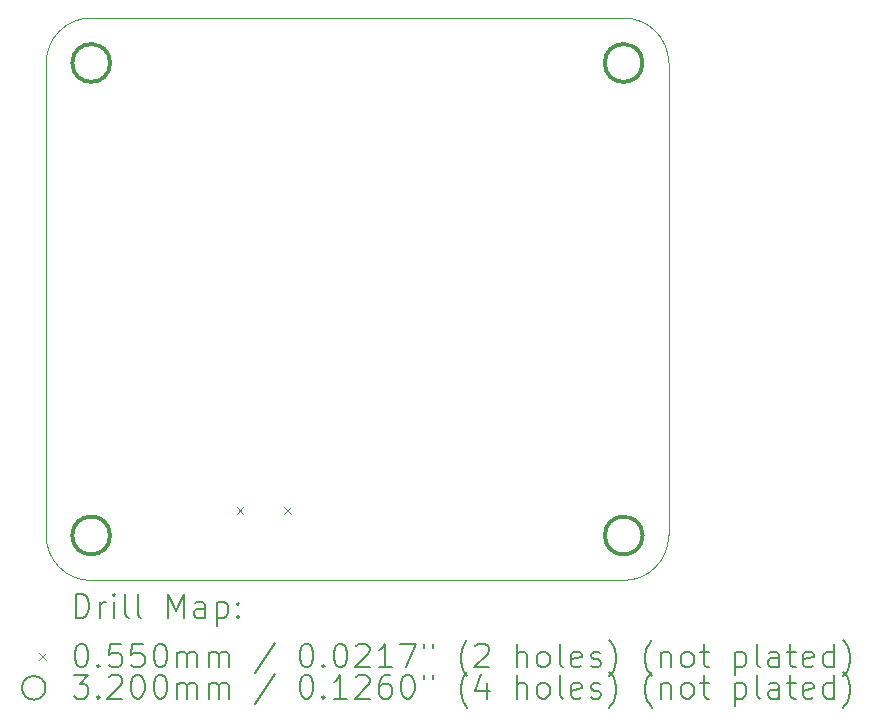
<source format=gbr>
%FSLAX45Y45*%
G04 Gerber Fmt 4.5, Leading zero omitted, Abs format (unit mm)*
G04 Created by KiCad (PCBNEW (6.0.4)) date 2022-12-31 00:28:13*
%MOMM*%
%LPD*%
G01*
G04 APERTURE LIST*
%TA.AperFunction,Profile*%
%ADD10C,0.100000*%
%TD*%
%ADD11C,0.200000*%
%ADD12C,0.055000*%
%ADD13C,0.320000*%
G04 APERTURE END LIST*
D10*
X4508500Y-4381500D02*
G75*
G03*
X4889500Y-4000500I0J381000D01*
G01*
X0Y381000D02*
G75*
G03*
X-381000Y0I0J-381000D01*
G01*
X4889500Y0D02*
G75*
G03*
X4508500Y381000I-381000J0D01*
G01*
X4889500Y0D02*
X4889500Y-4000500D01*
X4508500Y-4381500D02*
X0Y-4381500D01*
X-381000Y-4000500D02*
X-381000Y0D01*
X0Y381000D02*
X4508500Y381000D01*
X-381000Y-4000500D02*
G75*
G03*
X0Y-4381500I381000J0D01*
G01*
D11*
D12*
X1233000Y-3761500D02*
X1288000Y-3816500D01*
X1288000Y-3761500D02*
X1233000Y-3816500D01*
X1633000Y-3761500D02*
X1688000Y-3816500D01*
X1688000Y-3761500D02*
X1633000Y-3816500D01*
D13*
X160000Y0D02*
G75*
G03*
X160000Y0I-160000J0D01*
G01*
X160000Y-4000500D02*
G75*
G03*
X160000Y-4000500I-160000J0D01*
G01*
X4668500Y0D02*
G75*
G03*
X4668500Y0I-160000J0D01*
G01*
X4668500Y-4000500D02*
G75*
G03*
X4668500Y-4000500I-160000J0D01*
G01*
D11*
X-128381Y-4696976D02*
X-128381Y-4496976D01*
X-80762Y-4496976D01*
X-52190Y-4506500D01*
X-33143Y-4525548D01*
X-23619Y-4544595D01*
X-14095Y-4582690D01*
X-14095Y-4611262D01*
X-23619Y-4649357D01*
X-33143Y-4668405D01*
X-52190Y-4687452D01*
X-80762Y-4696976D01*
X-128381Y-4696976D01*
X71619Y-4696976D02*
X71619Y-4563643D01*
X71619Y-4601738D02*
X81143Y-4582690D01*
X90667Y-4573167D01*
X109714Y-4563643D01*
X128762Y-4563643D01*
X195428Y-4696976D02*
X195428Y-4563643D01*
X195428Y-4496976D02*
X185905Y-4506500D01*
X195428Y-4516024D01*
X204952Y-4506500D01*
X195428Y-4496976D01*
X195428Y-4516024D01*
X319238Y-4696976D02*
X300190Y-4687452D01*
X290667Y-4668405D01*
X290667Y-4496976D01*
X424000Y-4696976D02*
X404952Y-4687452D01*
X395428Y-4668405D01*
X395428Y-4496976D01*
X652571Y-4696976D02*
X652571Y-4496976D01*
X719238Y-4639833D01*
X785905Y-4496976D01*
X785905Y-4696976D01*
X966857Y-4696976D02*
X966857Y-4592214D01*
X957333Y-4573167D01*
X938286Y-4563643D01*
X900190Y-4563643D01*
X881143Y-4573167D01*
X966857Y-4687452D02*
X947809Y-4696976D01*
X900190Y-4696976D01*
X881143Y-4687452D01*
X871619Y-4668405D01*
X871619Y-4649357D01*
X881143Y-4630310D01*
X900190Y-4620786D01*
X947809Y-4620786D01*
X966857Y-4611262D01*
X1062095Y-4563643D02*
X1062095Y-4763643D01*
X1062095Y-4573167D02*
X1081143Y-4563643D01*
X1119238Y-4563643D01*
X1138286Y-4573167D01*
X1147810Y-4582690D01*
X1157333Y-4601738D01*
X1157333Y-4658881D01*
X1147810Y-4677929D01*
X1138286Y-4687452D01*
X1119238Y-4696976D01*
X1081143Y-4696976D01*
X1062095Y-4687452D01*
X1243048Y-4677929D02*
X1252571Y-4687452D01*
X1243048Y-4696976D01*
X1233524Y-4687452D01*
X1243048Y-4677929D01*
X1243048Y-4696976D01*
X1243048Y-4573167D02*
X1252571Y-4582690D01*
X1243048Y-4592214D01*
X1233524Y-4582690D01*
X1243048Y-4573167D01*
X1243048Y-4592214D01*
D12*
X-441000Y-4999000D02*
X-386000Y-5054000D01*
X-386000Y-4999000D02*
X-441000Y-5054000D01*
D11*
X-90286Y-4916976D02*
X-71238Y-4916976D01*
X-52190Y-4926500D01*
X-42667Y-4936024D01*
X-33143Y-4955071D01*
X-23619Y-4993167D01*
X-23619Y-5040786D01*
X-33143Y-5078881D01*
X-42667Y-5097929D01*
X-52190Y-5107452D01*
X-71238Y-5116976D01*
X-90286Y-5116976D01*
X-109333Y-5107452D01*
X-118857Y-5097929D01*
X-128381Y-5078881D01*
X-137905Y-5040786D01*
X-137905Y-4993167D01*
X-128381Y-4955071D01*
X-118857Y-4936024D01*
X-109333Y-4926500D01*
X-90286Y-4916976D01*
X62095Y-5097929D02*
X71619Y-5107452D01*
X62095Y-5116976D01*
X52571Y-5107452D01*
X62095Y-5097929D01*
X62095Y-5116976D01*
X252571Y-4916976D02*
X157333Y-4916976D01*
X147810Y-5012214D01*
X157333Y-5002690D01*
X176381Y-4993167D01*
X224000Y-4993167D01*
X243048Y-5002690D01*
X252571Y-5012214D01*
X262095Y-5031262D01*
X262095Y-5078881D01*
X252571Y-5097929D01*
X243048Y-5107452D01*
X224000Y-5116976D01*
X176381Y-5116976D01*
X157333Y-5107452D01*
X147810Y-5097929D01*
X443048Y-4916976D02*
X347810Y-4916976D01*
X338286Y-5012214D01*
X347810Y-5002690D01*
X366857Y-4993167D01*
X414476Y-4993167D01*
X433524Y-5002690D01*
X443048Y-5012214D01*
X452571Y-5031262D01*
X452571Y-5078881D01*
X443048Y-5097929D01*
X433524Y-5107452D01*
X414476Y-5116976D01*
X366857Y-5116976D01*
X347810Y-5107452D01*
X338286Y-5097929D01*
X576381Y-4916976D02*
X595429Y-4916976D01*
X614476Y-4926500D01*
X624000Y-4936024D01*
X633524Y-4955071D01*
X643048Y-4993167D01*
X643048Y-5040786D01*
X633524Y-5078881D01*
X624000Y-5097929D01*
X614476Y-5107452D01*
X595429Y-5116976D01*
X576381Y-5116976D01*
X557333Y-5107452D01*
X547810Y-5097929D01*
X538286Y-5078881D01*
X528762Y-5040786D01*
X528762Y-4993167D01*
X538286Y-4955071D01*
X547810Y-4936024D01*
X557333Y-4926500D01*
X576381Y-4916976D01*
X728762Y-5116976D02*
X728762Y-4983643D01*
X728762Y-5002690D02*
X738286Y-4993167D01*
X757333Y-4983643D01*
X785905Y-4983643D01*
X804952Y-4993167D01*
X814476Y-5012214D01*
X814476Y-5116976D01*
X814476Y-5012214D02*
X824000Y-4993167D01*
X843048Y-4983643D01*
X871619Y-4983643D01*
X890667Y-4993167D01*
X900190Y-5012214D01*
X900190Y-5116976D01*
X995428Y-5116976D02*
X995428Y-4983643D01*
X995428Y-5002690D02*
X1004952Y-4993167D01*
X1024000Y-4983643D01*
X1052571Y-4983643D01*
X1071619Y-4993167D01*
X1081143Y-5012214D01*
X1081143Y-5116976D01*
X1081143Y-5012214D02*
X1090667Y-4993167D01*
X1109714Y-4983643D01*
X1138286Y-4983643D01*
X1157333Y-4993167D01*
X1166857Y-5012214D01*
X1166857Y-5116976D01*
X1557333Y-4907452D02*
X1385905Y-5164595D01*
X1814476Y-4916976D02*
X1833524Y-4916976D01*
X1852571Y-4926500D01*
X1862095Y-4936024D01*
X1871619Y-4955071D01*
X1881143Y-4993167D01*
X1881143Y-5040786D01*
X1871619Y-5078881D01*
X1862095Y-5097929D01*
X1852571Y-5107452D01*
X1833524Y-5116976D01*
X1814476Y-5116976D01*
X1795428Y-5107452D01*
X1785905Y-5097929D01*
X1776381Y-5078881D01*
X1766857Y-5040786D01*
X1766857Y-4993167D01*
X1776381Y-4955071D01*
X1785905Y-4936024D01*
X1795428Y-4926500D01*
X1814476Y-4916976D01*
X1966857Y-5097929D02*
X1976381Y-5107452D01*
X1966857Y-5116976D01*
X1957333Y-5107452D01*
X1966857Y-5097929D01*
X1966857Y-5116976D01*
X2100190Y-4916976D02*
X2119238Y-4916976D01*
X2138286Y-4926500D01*
X2147810Y-4936024D01*
X2157333Y-4955071D01*
X2166857Y-4993167D01*
X2166857Y-5040786D01*
X2157333Y-5078881D01*
X2147810Y-5097929D01*
X2138286Y-5107452D01*
X2119238Y-5116976D01*
X2100190Y-5116976D01*
X2081143Y-5107452D01*
X2071619Y-5097929D01*
X2062095Y-5078881D01*
X2052571Y-5040786D01*
X2052571Y-4993167D01*
X2062095Y-4955071D01*
X2071619Y-4936024D01*
X2081143Y-4926500D01*
X2100190Y-4916976D01*
X2243048Y-4936024D02*
X2252571Y-4926500D01*
X2271619Y-4916976D01*
X2319238Y-4916976D01*
X2338286Y-4926500D01*
X2347810Y-4936024D01*
X2357333Y-4955071D01*
X2357333Y-4974119D01*
X2347810Y-5002690D01*
X2233524Y-5116976D01*
X2357333Y-5116976D01*
X2547810Y-5116976D02*
X2433524Y-5116976D01*
X2490667Y-5116976D02*
X2490667Y-4916976D01*
X2471619Y-4945548D01*
X2452571Y-4964595D01*
X2433524Y-4974119D01*
X2614476Y-4916976D02*
X2747810Y-4916976D01*
X2662095Y-5116976D01*
X2814476Y-4916976D02*
X2814476Y-4955071D01*
X2890667Y-4916976D02*
X2890667Y-4955071D01*
X3185905Y-5193167D02*
X3176381Y-5183643D01*
X3157333Y-5155071D01*
X3147809Y-5136024D01*
X3138286Y-5107452D01*
X3128762Y-5059833D01*
X3128762Y-5021738D01*
X3138286Y-4974119D01*
X3147809Y-4945548D01*
X3157333Y-4926500D01*
X3176381Y-4897929D01*
X3185905Y-4888405D01*
X3252571Y-4936024D02*
X3262095Y-4926500D01*
X3281143Y-4916976D01*
X3328762Y-4916976D01*
X3347809Y-4926500D01*
X3357333Y-4936024D01*
X3366857Y-4955071D01*
X3366857Y-4974119D01*
X3357333Y-5002690D01*
X3243048Y-5116976D01*
X3366857Y-5116976D01*
X3604952Y-5116976D02*
X3604952Y-4916976D01*
X3690667Y-5116976D02*
X3690667Y-5012214D01*
X3681143Y-4993167D01*
X3662095Y-4983643D01*
X3633524Y-4983643D01*
X3614476Y-4993167D01*
X3604952Y-5002690D01*
X3814476Y-5116976D02*
X3795428Y-5107452D01*
X3785905Y-5097929D01*
X3776381Y-5078881D01*
X3776381Y-5021738D01*
X3785905Y-5002690D01*
X3795428Y-4993167D01*
X3814476Y-4983643D01*
X3843048Y-4983643D01*
X3862095Y-4993167D01*
X3871619Y-5002690D01*
X3881143Y-5021738D01*
X3881143Y-5078881D01*
X3871619Y-5097929D01*
X3862095Y-5107452D01*
X3843048Y-5116976D01*
X3814476Y-5116976D01*
X3995428Y-5116976D02*
X3976381Y-5107452D01*
X3966857Y-5088405D01*
X3966857Y-4916976D01*
X4147809Y-5107452D02*
X4128762Y-5116976D01*
X4090667Y-5116976D01*
X4071619Y-5107452D01*
X4062095Y-5088405D01*
X4062095Y-5012214D01*
X4071619Y-4993167D01*
X4090667Y-4983643D01*
X4128762Y-4983643D01*
X4147809Y-4993167D01*
X4157333Y-5012214D01*
X4157333Y-5031262D01*
X4062095Y-5050310D01*
X4233524Y-5107452D02*
X4252571Y-5116976D01*
X4290667Y-5116976D01*
X4309714Y-5107452D01*
X4319238Y-5088405D01*
X4319238Y-5078881D01*
X4309714Y-5059833D01*
X4290667Y-5050310D01*
X4262095Y-5050310D01*
X4243048Y-5040786D01*
X4233524Y-5021738D01*
X4233524Y-5012214D01*
X4243048Y-4993167D01*
X4262095Y-4983643D01*
X4290667Y-4983643D01*
X4309714Y-4993167D01*
X4385905Y-5193167D02*
X4395429Y-5183643D01*
X4414476Y-5155071D01*
X4424000Y-5136024D01*
X4433524Y-5107452D01*
X4443048Y-5059833D01*
X4443048Y-5021738D01*
X4433524Y-4974119D01*
X4424000Y-4945548D01*
X4414476Y-4926500D01*
X4395429Y-4897929D01*
X4385905Y-4888405D01*
X4747810Y-5193167D02*
X4738286Y-5183643D01*
X4719238Y-5155071D01*
X4709714Y-5136024D01*
X4700190Y-5107452D01*
X4690667Y-5059833D01*
X4690667Y-5021738D01*
X4700190Y-4974119D01*
X4709714Y-4945548D01*
X4719238Y-4926500D01*
X4738286Y-4897929D01*
X4747810Y-4888405D01*
X4824000Y-4983643D02*
X4824000Y-5116976D01*
X4824000Y-5002690D02*
X4833524Y-4993167D01*
X4852571Y-4983643D01*
X4881143Y-4983643D01*
X4900190Y-4993167D01*
X4909714Y-5012214D01*
X4909714Y-5116976D01*
X5033524Y-5116976D02*
X5014476Y-5107452D01*
X5004952Y-5097929D01*
X4995429Y-5078881D01*
X4995429Y-5021738D01*
X5004952Y-5002690D01*
X5014476Y-4993167D01*
X5033524Y-4983643D01*
X5062095Y-4983643D01*
X5081143Y-4993167D01*
X5090667Y-5002690D01*
X5100190Y-5021738D01*
X5100190Y-5078881D01*
X5090667Y-5097929D01*
X5081143Y-5107452D01*
X5062095Y-5116976D01*
X5033524Y-5116976D01*
X5157333Y-4983643D02*
X5233524Y-4983643D01*
X5185905Y-4916976D02*
X5185905Y-5088405D01*
X5195429Y-5107452D01*
X5214476Y-5116976D01*
X5233524Y-5116976D01*
X5452571Y-4983643D02*
X5452571Y-5183643D01*
X5452571Y-4993167D02*
X5471619Y-4983643D01*
X5509714Y-4983643D01*
X5528762Y-4993167D01*
X5538286Y-5002690D01*
X5547810Y-5021738D01*
X5547810Y-5078881D01*
X5538286Y-5097929D01*
X5528762Y-5107452D01*
X5509714Y-5116976D01*
X5471619Y-5116976D01*
X5452571Y-5107452D01*
X5662095Y-5116976D02*
X5643048Y-5107452D01*
X5633524Y-5088405D01*
X5633524Y-4916976D01*
X5824000Y-5116976D02*
X5824000Y-5012214D01*
X5814476Y-4993167D01*
X5795428Y-4983643D01*
X5757333Y-4983643D01*
X5738286Y-4993167D01*
X5824000Y-5107452D02*
X5804952Y-5116976D01*
X5757333Y-5116976D01*
X5738286Y-5107452D01*
X5728762Y-5088405D01*
X5728762Y-5069357D01*
X5738286Y-5050310D01*
X5757333Y-5040786D01*
X5804952Y-5040786D01*
X5824000Y-5031262D01*
X5890667Y-4983643D02*
X5966857Y-4983643D01*
X5919238Y-4916976D02*
X5919238Y-5088405D01*
X5928762Y-5107452D01*
X5947809Y-5116976D01*
X5966857Y-5116976D01*
X6109714Y-5107452D02*
X6090667Y-5116976D01*
X6052571Y-5116976D01*
X6033524Y-5107452D01*
X6024000Y-5088405D01*
X6024000Y-5012214D01*
X6033524Y-4993167D01*
X6052571Y-4983643D01*
X6090667Y-4983643D01*
X6109714Y-4993167D01*
X6119238Y-5012214D01*
X6119238Y-5031262D01*
X6024000Y-5050310D01*
X6290667Y-5116976D02*
X6290667Y-4916976D01*
X6290667Y-5107452D02*
X6271619Y-5116976D01*
X6233524Y-5116976D01*
X6214476Y-5107452D01*
X6204952Y-5097929D01*
X6195428Y-5078881D01*
X6195428Y-5021738D01*
X6204952Y-5002690D01*
X6214476Y-4993167D01*
X6233524Y-4983643D01*
X6271619Y-4983643D01*
X6290667Y-4993167D01*
X6366857Y-5193167D02*
X6376381Y-5183643D01*
X6395428Y-5155071D01*
X6404952Y-5136024D01*
X6414476Y-5107452D01*
X6424000Y-5059833D01*
X6424000Y-5021738D01*
X6414476Y-4974119D01*
X6404952Y-4945548D01*
X6395428Y-4926500D01*
X6376381Y-4897929D01*
X6366857Y-4888405D01*
X-386000Y-5290500D02*
G75*
G03*
X-386000Y-5290500I-100000J0D01*
G01*
X-147429Y-5180976D02*
X-23619Y-5180976D01*
X-90286Y-5257167D01*
X-61714Y-5257167D01*
X-42667Y-5266690D01*
X-33143Y-5276214D01*
X-23619Y-5295262D01*
X-23619Y-5342881D01*
X-33143Y-5361929D01*
X-42667Y-5371452D01*
X-61714Y-5380976D01*
X-118857Y-5380976D01*
X-137905Y-5371452D01*
X-147429Y-5361929D01*
X62095Y-5361929D02*
X71619Y-5371452D01*
X62095Y-5380976D01*
X52571Y-5371452D01*
X62095Y-5361929D01*
X62095Y-5380976D01*
X147810Y-5200024D02*
X157333Y-5190500D01*
X176381Y-5180976D01*
X224000Y-5180976D01*
X243048Y-5190500D01*
X252571Y-5200024D01*
X262095Y-5219071D01*
X262095Y-5238119D01*
X252571Y-5266690D01*
X138286Y-5380976D01*
X262095Y-5380976D01*
X385905Y-5180976D02*
X404952Y-5180976D01*
X424000Y-5190500D01*
X433524Y-5200024D01*
X443048Y-5219071D01*
X452571Y-5257167D01*
X452571Y-5304786D01*
X443048Y-5342881D01*
X433524Y-5361929D01*
X424000Y-5371452D01*
X404952Y-5380976D01*
X385905Y-5380976D01*
X366857Y-5371452D01*
X357333Y-5361929D01*
X347810Y-5342881D01*
X338286Y-5304786D01*
X338286Y-5257167D01*
X347810Y-5219071D01*
X357333Y-5200024D01*
X366857Y-5190500D01*
X385905Y-5180976D01*
X576381Y-5180976D02*
X595429Y-5180976D01*
X614476Y-5190500D01*
X624000Y-5200024D01*
X633524Y-5219071D01*
X643048Y-5257167D01*
X643048Y-5304786D01*
X633524Y-5342881D01*
X624000Y-5361929D01*
X614476Y-5371452D01*
X595429Y-5380976D01*
X576381Y-5380976D01*
X557333Y-5371452D01*
X547810Y-5361929D01*
X538286Y-5342881D01*
X528762Y-5304786D01*
X528762Y-5257167D01*
X538286Y-5219071D01*
X547810Y-5200024D01*
X557333Y-5190500D01*
X576381Y-5180976D01*
X728762Y-5380976D02*
X728762Y-5247643D01*
X728762Y-5266690D02*
X738286Y-5257167D01*
X757333Y-5247643D01*
X785905Y-5247643D01*
X804952Y-5257167D01*
X814476Y-5276214D01*
X814476Y-5380976D01*
X814476Y-5276214D02*
X824000Y-5257167D01*
X843048Y-5247643D01*
X871619Y-5247643D01*
X890667Y-5257167D01*
X900190Y-5276214D01*
X900190Y-5380976D01*
X995428Y-5380976D02*
X995428Y-5247643D01*
X995428Y-5266690D02*
X1004952Y-5257167D01*
X1024000Y-5247643D01*
X1052571Y-5247643D01*
X1071619Y-5257167D01*
X1081143Y-5276214D01*
X1081143Y-5380976D01*
X1081143Y-5276214D02*
X1090667Y-5257167D01*
X1109714Y-5247643D01*
X1138286Y-5247643D01*
X1157333Y-5257167D01*
X1166857Y-5276214D01*
X1166857Y-5380976D01*
X1557333Y-5171452D02*
X1385905Y-5428595D01*
X1814476Y-5180976D02*
X1833524Y-5180976D01*
X1852571Y-5190500D01*
X1862095Y-5200024D01*
X1871619Y-5219071D01*
X1881143Y-5257167D01*
X1881143Y-5304786D01*
X1871619Y-5342881D01*
X1862095Y-5361929D01*
X1852571Y-5371452D01*
X1833524Y-5380976D01*
X1814476Y-5380976D01*
X1795428Y-5371452D01*
X1785905Y-5361929D01*
X1776381Y-5342881D01*
X1766857Y-5304786D01*
X1766857Y-5257167D01*
X1776381Y-5219071D01*
X1785905Y-5200024D01*
X1795428Y-5190500D01*
X1814476Y-5180976D01*
X1966857Y-5361929D02*
X1976381Y-5371452D01*
X1966857Y-5380976D01*
X1957333Y-5371452D01*
X1966857Y-5361929D01*
X1966857Y-5380976D01*
X2166857Y-5380976D02*
X2052571Y-5380976D01*
X2109714Y-5380976D02*
X2109714Y-5180976D01*
X2090667Y-5209548D01*
X2071619Y-5228595D01*
X2052571Y-5238119D01*
X2243048Y-5200024D02*
X2252571Y-5190500D01*
X2271619Y-5180976D01*
X2319238Y-5180976D01*
X2338286Y-5190500D01*
X2347810Y-5200024D01*
X2357333Y-5219071D01*
X2357333Y-5238119D01*
X2347810Y-5266690D01*
X2233524Y-5380976D01*
X2357333Y-5380976D01*
X2528762Y-5180976D02*
X2490667Y-5180976D01*
X2471619Y-5190500D01*
X2462095Y-5200024D01*
X2443048Y-5228595D01*
X2433524Y-5266690D01*
X2433524Y-5342881D01*
X2443048Y-5361929D01*
X2452571Y-5371452D01*
X2471619Y-5380976D01*
X2509714Y-5380976D01*
X2528762Y-5371452D01*
X2538286Y-5361929D01*
X2547810Y-5342881D01*
X2547810Y-5295262D01*
X2538286Y-5276214D01*
X2528762Y-5266690D01*
X2509714Y-5257167D01*
X2471619Y-5257167D01*
X2452571Y-5266690D01*
X2443048Y-5276214D01*
X2433524Y-5295262D01*
X2671619Y-5180976D02*
X2690667Y-5180976D01*
X2709714Y-5190500D01*
X2719238Y-5200024D01*
X2728762Y-5219071D01*
X2738286Y-5257167D01*
X2738286Y-5304786D01*
X2728762Y-5342881D01*
X2719238Y-5361929D01*
X2709714Y-5371452D01*
X2690667Y-5380976D01*
X2671619Y-5380976D01*
X2652571Y-5371452D01*
X2643048Y-5361929D01*
X2633524Y-5342881D01*
X2624000Y-5304786D01*
X2624000Y-5257167D01*
X2633524Y-5219071D01*
X2643048Y-5200024D01*
X2652571Y-5190500D01*
X2671619Y-5180976D01*
X2814476Y-5180976D02*
X2814476Y-5219071D01*
X2890667Y-5180976D02*
X2890667Y-5219071D01*
X3185905Y-5457167D02*
X3176381Y-5447643D01*
X3157333Y-5419071D01*
X3147809Y-5400024D01*
X3138286Y-5371452D01*
X3128762Y-5323833D01*
X3128762Y-5285738D01*
X3138286Y-5238119D01*
X3147809Y-5209548D01*
X3157333Y-5190500D01*
X3176381Y-5161929D01*
X3185905Y-5152405D01*
X3347809Y-5247643D02*
X3347809Y-5380976D01*
X3300190Y-5171452D02*
X3252571Y-5314310D01*
X3376381Y-5314310D01*
X3604952Y-5380976D02*
X3604952Y-5180976D01*
X3690667Y-5380976D02*
X3690667Y-5276214D01*
X3681143Y-5257167D01*
X3662095Y-5247643D01*
X3633524Y-5247643D01*
X3614476Y-5257167D01*
X3604952Y-5266690D01*
X3814476Y-5380976D02*
X3795428Y-5371452D01*
X3785905Y-5361929D01*
X3776381Y-5342881D01*
X3776381Y-5285738D01*
X3785905Y-5266690D01*
X3795428Y-5257167D01*
X3814476Y-5247643D01*
X3843048Y-5247643D01*
X3862095Y-5257167D01*
X3871619Y-5266690D01*
X3881143Y-5285738D01*
X3881143Y-5342881D01*
X3871619Y-5361929D01*
X3862095Y-5371452D01*
X3843048Y-5380976D01*
X3814476Y-5380976D01*
X3995428Y-5380976D02*
X3976381Y-5371452D01*
X3966857Y-5352405D01*
X3966857Y-5180976D01*
X4147809Y-5371452D02*
X4128762Y-5380976D01*
X4090667Y-5380976D01*
X4071619Y-5371452D01*
X4062095Y-5352405D01*
X4062095Y-5276214D01*
X4071619Y-5257167D01*
X4090667Y-5247643D01*
X4128762Y-5247643D01*
X4147809Y-5257167D01*
X4157333Y-5276214D01*
X4157333Y-5295262D01*
X4062095Y-5314310D01*
X4233524Y-5371452D02*
X4252571Y-5380976D01*
X4290667Y-5380976D01*
X4309714Y-5371452D01*
X4319238Y-5352405D01*
X4319238Y-5342881D01*
X4309714Y-5323833D01*
X4290667Y-5314310D01*
X4262095Y-5314310D01*
X4243048Y-5304786D01*
X4233524Y-5285738D01*
X4233524Y-5276214D01*
X4243048Y-5257167D01*
X4262095Y-5247643D01*
X4290667Y-5247643D01*
X4309714Y-5257167D01*
X4385905Y-5457167D02*
X4395429Y-5447643D01*
X4414476Y-5419071D01*
X4424000Y-5400024D01*
X4433524Y-5371452D01*
X4443048Y-5323833D01*
X4443048Y-5285738D01*
X4433524Y-5238119D01*
X4424000Y-5209548D01*
X4414476Y-5190500D01*
X4395429Y-5161929D01*
X4385905Y-5152405D01*
X4747810Y-5457167D02*
X4738286Y-5447643D01*
X4719238Y-5419071D01*
X4709714Y-5400024D01*
X4700190Y-5371452D01*
X4690667Y-5323833D01*
X4690667Y-5285738D01*
X4700190Y-5238119D01*
X4709714Y-5209548D01*
X4719238Y-5190500D01*
X4738286Y-5161929D01*
X4747810Y-5152405D01*
X4824000Y-5247643D02*
X4824000Y-5380976D01*
X4824000Y-5266690D02*
X4833524Y-5257167D01*
X4852571Y-5247643D01*
X4881143Y-5247643D01*
X4900190Y-5257167D01*
X4909714Y-5276214D01*
X4909714Y-5380976D01*
X5033524Y-5380976D02*
X5014476Y-5371452D01*
X5004952Y-5361929D01*
X4995429Y-5342881D01*
X4995429Y-5285738D01*
X5004952Y-5266690D01*
X5014476Y-5257167D01*
X5033524Y-5247643D01*
X5062095Y-5247643D01*
X5081143Y-5257167D01*
X5090667Y-5266690D01*
X5100190Y-5285738D01*
X5100190Y-5342881D01*
X5090667Y-5361929D01*
X5081143Y-5371452D01*
X5062095Y-5380976D01*
X5033524Y-5380976D01*
X5157333Y-5247643D02*
X5233524Y-5247643D01*
X5185905Y-5180976D02*
X5185905Y-5352405D01*
X5195429Y-5371452D01*
X5214476Y-5380976D01*
X5233524Y-5380976D01*
X5452571Y-5247643D02*
X5452571Y-5447643D01*
X5452571Y-5257167D02*
X5471619Y-5247643D01*
X5509714Y-5247643D01*
X5528762Y-5257167D01*
X5538286Y-5266690D01*
X5547810Y-5285738D01*
X5547810Y-5342881D01*
X5538286Y-5361929D01*
X5528762Y-5371452D01*
X5509714Y-5380976D01*
X5471619Y-5380976D01*
X5452571Y-5371452D01*
X5662095Y-5380976D02*
X5643048Y-5371452D01*
X5633524Y-5352405D01*
X5633524Y-5180976D01*
X5824000Y-5380976D02*
X5824000Y-5276214D01*
X5814476Y-5257167D01*
X5795428Y-5247643D01*
X5757333Y-5247643D01*
X5738286Y-5257167D01*
X5824000Y-5371452D02*
X5804952Y-5380976D01*
X5757333Y-5380976D01*
X5738286Y-5371452D01*
X5728762Y-5352405D01*
X5728762Y-5333357D01*
X5738286Y-5314310D01*
X5757333Y-5304786D01*
X5804952Y-5304786D01*
X5824000Y-5295262D01*
X5890667Y-5247643D02*
X5966857Y-5247643D01*
X5919238Y-5180976D02*
X5919238Y-5352405D01*
X5928762Y-5371452D01*
X5947809Y-5380976D01*
X5966857Y-5380976D01*
X6109714Y-5371452D02*
X6090667Y-5380976D01*
X6052571Y-5380976D01*
X6033524Y-5371452D01*
X6024000Y-5352405D01*
X6024000Y-5276214D01*
X6033524Y-5257167D01*
X6052571Y-5247643D01*
X6090667Y-5247643D01*
X6109714Y-5257167D01*
X6119238Y-5276214D01*
X6119238Y-5295262D01*
X6024000Y-5314310D01*
X6290667Y-5380976D02*
X6290667Y-5180976D01*
X6290667Y-5371452D02*
X6271619Y-5380976D01*
X6233524Y-5380976D01*
X6214476Y-5371452D01*
X6204952Y-5361929D01*
X6195428Y-5342881D01*
X6195428Y-5285738D01*
X6204952Y-5266690D01*
X6214476Y-5257167D01*
X6233524Y-5247643D01*
X6271619Y-5247643D01*
X6290667Y-5257167D01*
X6366857Y-5457167D02*
X6376381Y-5447643D01*
X6395428Y-5419071D01*
X6404952Y-5400024D01*
X6414476Y-5371452D01*
X6424000Y-5323833D01*
X6424000Y-5285738D01*
X6414476Y-5238119D01*
X6404952Y-5209548D01*
X6395428Y-5190500D01*
X6376381Y-5161929D01*
X6366857Y-5152405D01*
M02*

</source>
